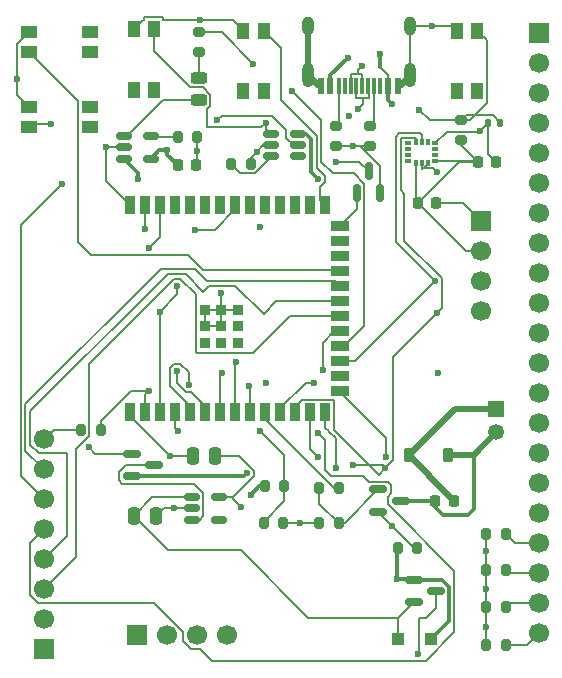
<source format=gbr>
%TF.GenerationSoftware,KiCad,Pcbnew,9.0.1*%
%TF.CreationDate,2025-05-18T16:35:05-05:00*%
%TF.ProjectId,OM-60-Rigid-PCB,4f4d2d36-302d-4526-9967-69642d504342,rev?*%
%TF.SameCoordinates,Original*%
%TF.FileFunction,Copper,L1,Top*%
%TF.FilePolarity,Positive*%
%FSLAX46Y46*%
G04 Gerber Fmt 4.6, Leading zero omitted, Abs format (unit mm)*
G04 Created by KiCad (PCBNEW 9.0.1) date 2025-05-18 16:35:05*
%MOMM*%
%LPD*%
G01*
G04 APERTURE LIST*
G04 Aperture macros list*
%AMRoundRect*
0 Rectangle with rounded corners*
0 $1 Rounding radius*
0 $2 $3 $4 $5 $6 $7 $8 $9 X,Y pos of 4 corners*
0 Add a 4 corners polygon primitive as box body*
4,1,4,$2,$3,$4,$5,$6,$7,$8,$9,$2,$3,0*
0 Add four circle primitives for the rounded corners*
1,1,$1+$1,$2,$3*
1,1,$1+$1,$4,$5*
1,1,$1+$1,$6,$7*
1,1,$1+$1,$8,$9*
0 Add four rect primitives between the rounded corners*
20,1,$1+$1,$2,$3,$4,$5,0*
20,1,$1+$1,$4,$5,$6,$7,0*
20,1,$1+$1,$6,$7,$8,$9,0*
20,1,$1+$1,$8,$9,$2,$3,0*%
G04 Aperture macros list end*
%TA.AperFunction,SMDPad,CuDef*%
%ADD10R,0.600000X0.300000*%
%TD*%
%TA.AperFunction,SMDPad,CuDef*%
%ADD11R,0.300000X0.600000*%
%TD*%
%TA.AperFunction,SMDPad,CuDef*%
%ADD12RoundRect,0.200000X-0.200000X-0.275000X0.200000X-0.275000X0.200000X0.275000X-0.200000X0.275000X0*%
%TD*%
%TA.AperFunction,ComponentPad*%
%ADD13R,1.700000X1.700000*%
%TD*%
%TA.AperFunction,ComponentPad*%
%ADD14C,1.700000*%
%TD*%
%TA.AperFunction,SMDPad,CuDef*%
%ADD15R,1.450000X1.000000*%
%TD*%
%TA.AperFunction,SMDPad,CuDef*%
%ADD16R,1.000000X1.450000*%
%TD*%
%TA.AperFunction,SMDPad,CuDef*%
%ADD17RoundRect,0.150000X-0.512500X-0.150000X0.512500X-0.150000X0.512500X0.150000X-0.512500X0.150000X0*%
%TD*%
%TA.AperFunction,SMDPad,CuDef*%
%ADD18RoundRect,0.200000X0.275000X-0.200000X0.275000X0.200000X-0.275000X0.200000X-0.275000X-0.200000X0*%
%TD*%
%TA.AperFunction,SMDPad,CuDef*%
%ADD19RoundRect,0.200000X-0.275000X0.200000X-0.275000X-0.200000X0.275000X-0.200000X0.275000X0.200000X0*%
%TD*%
%TA.AperFunction,SMDPad,CuDef*%
%ADD20RoundRect,0.150000X0.150000X-0.587500X0.150000X0.587500X-0.150000X0.587500X-0.150000X-0.587500X0*%
%TD*%
%TA.AperFunction,SMDPad,CuDef*%
%ADD21RoundRect,0.150000X-0.587500X-0.150000X0.587500X-0.150000X0.587500X0.150000X-0.587500X0.150000X0*%
%TD*%
%TA.AperFunction,ComponentPad*%
%ADD22R,1.350000X1.350000*%
%TD*%
%TA.AperFunction,ComponentPad*%
%ADD23C,1.350000*%
%TD*%
%TA.AperFunction,SMDPad,CuDef*%
%ADD24R,0.600000X1.450000*%
%TD*%
%TA.AperFunction,SMDPad,CuDef*%
%ADD25R,0.300000X1.450000*%
%TD*%
%TA.AperFunction,HeatsinkPad*%
%ADD26O,1.000000X2.100000*%
%TD*%
%TA.AperFunction,HeatsinkPad*%
%ADD27O,1.000000X1.600000*%
%TD*%
%TA.AperFunction,SMDPad,CuDef*%
%ADD28RoundRect,0.225000X-0.225000X-0.375000X0.225000X-0.375000X0.225000X0.375000X-0.225000X0.375000X0*%
%TD*%
%TA.AperFunction,SMDPad,CuDef*%
%ADD29RoundRect,0.243750X0.456250X-0.243750X0.456250X0.243750X-0.456250X0.243750X-0.456250X-0.243750X0*%
%TD*%
%TA.AperFunction,SMDPad,CuDef*%
%ADD30RoundRect,0.250000X-0.300000X-0.300000X0.300000X-0.300000X0.300000X0.300000X-0.300000X0.300000X0*%
%TD*%
%TA.AperFunction,SMDPad,CuDef*%
%ADD31RoundRect,0.225000X-0.225000X-0.250000X0.225000X-0.250000X0.225000X0.250000X-0.225000X0.250000X0*%
%TD*%
%TA.AperFunction,SMDPad,CuDef*%
%ADD32RoundRect,0.225000X0.225000X0.250000X-0.225000X0.250000X-0.225000X-0.250000X0.225000X-0.250000X0*%
%TD*%
%TA.AperFunction,SMDPad,CuDef*%
%ADD33RoundRect,0.250000X0.250000X0.475000X-0.250000X0.475000X-0.250000X-0.475000X0.250000X-0.475000X0*%
%TD*%
%TA.AperFunction,SMDPad,CuDef*%
%ADD34RoundRect,0.250000X-0.250000X-0.475000X0.250000X-0.475000X0.250000X0.475000X-0.250000X0.475000X0*%
%TD*%
%TA.AperFunction,SMDPad,CuDef*%
%ADD35RoundRect,0.140000X-0.140000X-0.170000X0.140000X-0.170000X0.140000X0.170000X-0.140000X0.170000X0*%
%TD*%
%TA.AperFunction,SMDPad,CuDef*%
%ADD36R,0.812800X1.498600*%
%TD*%
%TA.AperFunction,SMDPad,CuDef*%
%ADD37R,1.498600X0.812800*%
%TD*%
%TA.AperFunction,SMDPad,CuDef*%
%ADD38R,0.889000X0.889000*%
%TD*%
%TA.AperFunction,ViaPad*%
%ADD39C,0.600000*%
%TD*%
%TA.AperFunction,Conductor*%
%ADD40C,0.200000*%
%TD*%
%TA.AperFunction,Conductor*%
%ADD41C,0.500000*%
%TD*%
%TA.AperFunction,Conductor*%
%ADD42C,0.300000*%
%TD*%
%TA.AperFunction,Conductor*%
%ADD43C,0.350000*%
%TD*%
G04 APERTURE END LIST*
D10*
%TO.P,IC1,1,SDO/AD0*%
%TO.N,unconnected-(IC1-SDO{slash}AD0-Pad1)*%
X147150000Y-71150000D03*
%TO.P,IC1,2,RESV1*%
%TO.N,unconnected-(IC1-RESV1-Pad2)*%
X147150000Y-71650000D03*
%TO.P,IC1,3,RESV2*%
%TO.N,unconnected-(IC1-RESV2-Pad3)*%
X147150000Y-72150000D03*
%TO.P,IC1,4,INT1/INT*%
%TO.N,unconnected-(IC1-INT1{slash}INT-Pad4)*%
X147150000Y-72650000D03*
D11*
%TO.P,IC1,5,VDDIO*%
%TO.N,+3V3*%
X147800000Y-72800000D03*
%TO.P,IC1,6,GND*%
%TO.N,GND*%
X148300000Y-72800000D03*
%TO.P,IC1,7,RESV_3*%
X148800000Y-72800000D03*
D10*
%TO.P,IC1,8,VDD*%
%TO.N,+3V3*%
X149450000Y-72650000D03*
%TO.P,IC1,9,INT2/FSYNC/CLKIN*%
%TO.N,unconnected-(IC1-INT2{slash}FSYNC{slash}CLKIN-Pad9)*%
X149450000Y-72150000D03*
%TO.P,IC1,10,RESV_4*%
%TO.N,unconnected-(IC1-RESV_4-Pad10)*%
X149450000Y-71650000D03*
%TO.P,IC1,11,RESV_5*%
%TO.N,GND*%
X149450000Y-71150000D03*
D11*
%TO.P,IC1,12,AP_CS*%
%TO.N,unconnected-(IC1-AP_CS-Pad12)*%
X148800000Y-71000000D03*
%TO.P,IC1,13,SCL/SCLK*%
%TO.N,SCL*%
X148300000Y-71000000D03*
%TO.P,IC1,14,SDA/SDIO/ASDI*%
%TO.N,SDA*%
X147800000Y-71000000D03*
%TD*%
D12*
%TO.P,R16,1*%
%TO.N,Net-(J1-Pin_8)*%
X119450000Y-95400000D03*
%TO.P,R16,2*%
%TO.N,+3V3*%
X121100000Y-95400000D03*
%TD*%
D13*
%TO.P,J1,1,Pin_1*%
%TO.N,GND*%
X116300000Y-114000000D03*
D14*
%TO.P,J1,2,Pin_2*%
%TO.N,+3V3*%
X116300000Y-111460000D03*
%TO.P,J1,3,Pin_3*%
%TO.N,SPI_SCK*%
X116300000Y-108920000D03*
%TO.P,J1,4,Pin_4*%
%TO.N,SPI_MOSI*%
X116300000Y-106380000D03*
%TO.P,J1,5,Pin_5*%
%TO.N,SPI_MISO*%
X116300000Y-103840000D03*
%TO.P,J1,6,Pin_6*%
%TO.N,GP33*%
X116300000Y-101300000D03*
%TO.P,J1,7,Pin_7*%
%TO.N,CS*%
X116300000Y-98760000D03*
%TO.P,J1,8,Pin_8*%
%TO.N,Net-(J1-Pin_8)*%
X116300000Y-96220000D03*
%TD*%
D15*
%TO.P,SELECT1,1,1*%
%TO.N,SELECT*%
X115050000Y-69800000D03*
%TO.P,SELECT1,2,2*%
%TO.N,GND*%
X115050000Y-68100000D03*
%TO.P,SELECT1,3*%
%TO.N,N/C*%
X120200000Y-69800000D03*
%TO.P,SELECT1,4*%
X120200000Y-68100000D03*
%TD*%
D16*
%TO.P,SW_RST1,1,1*%
%TO.N,GND*%
X133200000Y-61600000D03*
%TO.P,SW_RST1,2,2*%
%TO.N,100*%
X134900000Y-61600000D03*
%TO.P,SW_RST1,3*%
%TO.N,N/C*%
X133200000Y-66750000D03*
%TO.P,SW_RST1,4*%
X134900000Y-66750000D03*
%TD*%
%TO.P,SW_PWR1,1,1*%
%TO.N,GND*%
X123900000Y-61500000D03*
%TO.P,SW_PWR1,2,2*%
%TO.N,Net-(MAX1-In)*%
X125600000Y-61500000D03*
%TO.P,SW_PWR1,3*%
%TO.N,N/C*%
X123900000Y-66650000D03*
%TO.P,SW_PWR1,4*%
X125600000Y-66650000D03*
%TD*%
D15*
%TO.P,MENU1,1,1*%
%TO.N,MENU*%
X115050000Y-63400000D03*
%TO.P,MENU1,2,2*%
%TO.N,GND*%
X115050000Y-61700000D03*
%TO.P,MENU1,3*%
%TO.N,N/C*%
X120200000Y-63400000D03*
%TO.P,MENU1,4*%
X120200000Y-61700000D03*
%TD*%
D16*
%TO.P,BOOT1,1,1*%
%TO.N,GND*%
X151300000Y-61600000D03*
%TO.P,BOOT1,2,2*%
%TO.N,EN*%
X153000000Y-61600000D03*
%TO.P,BOOT1,3*%
%TO.N,N/C*%
X151300000Y-66750000D03*
%TO.P,BOOT1,4*%
X153000000Y-66750000D03*
%TD*%
D17*
%TO.P,U4,1,~{CHRG}*%
%TO.N,Net-(D2-K)*%
X123100000Y-70550000D03*
%TO.P,U4,2,GND*%
%TO.N,GND*%
X123100000Y-71500000D03*
%TO.P,U4,3,BAT*%
%TO.N,VBAT*%
X123100000Y-72450000D03*
%TO.P,U4,4,V_{CC}*%
%TO.N,VBUS*%
X125375000Y-72450000D03*
%TO.P,U4,5,PROG*%
%TO.N,Net-(U4-PROG)*%
X125375000Y-70550000D03*
%TD*%
%TO.P,U3,1,IN*%
%TO.N,VIN*%
X128825000Y-101100000D03*
%TO.P,U3,2,GND*%
%TO.N,GND*%
X128825000Y-102050000D03*
%TO.P,U3,3,EN*%
%TO.N,Net-(U3-EN)*%
X128825000Y-103000000D03*
%TO.P,U3,4,NC*%
%TO.N,unconnected-(U3-NC-Pad4)*%
X131100000Y-103000000D03*
%TO.P,U3,5,OUT*%
%TO.N,+3V3*%
X131100000Y-101100000D03*
%TD*%
D12*
%TO.P,R15,1*%
%TO.N,GND*%
X153750000Y-113600000D03*
%TO.P,R15,2*%
%TO.N,ROW_3*%
X155400000Y-113600000D03*
%TD*%
%TO.P,R14,1*%
%TO.N,GND*%
X153750000Y-110400000D03*
%TO.P,R14,2*%
%TO.N,ROW_2*%
X155400000Y-110400000D03*
%TD*%
%TO.P,R13,1*%
%TO.N,GND*%
X153750000Y-107300000D03*
%TO.P,R13,2*%
%TO.N,ROW_1*%
X155400000Y-107300000D03*
%TD*%
%TO.P,R12,1*%
%TO.N,GND*%
X153750000Y-104200000D03*
%TO.P,R12,2*%
%TO.N,ROW_0*%
X155400000Y-104200000D03*
%TD*%
%TO.P,R11,1*%
%TO.N,GND*%
X139600000Y-103300000D03*
%TO.P,R11,2*%
%TO.N,Net-(Q1-G)*%
X141250000Y-103300000D03*
%TD*%
%TO.P,R10,1*%
%TO.N,Net-(Q1-G)*%
X139600000Y-100300000D03*
%TO.P,R10,2*%
%TO.N,MOT_SIG*%
X141250000Y-100300000D03*
%TD*%
%TO.P,R9,1*%
%TO.N,VBUS*%
X146250000Y-105400000D03*
%TO.P,R9,2*%
%TO.N,GND*%
X147900000Y-105400000D03*
%TD*%
%TO.P,R8,1*%
%TO.N,ADC_BAT*%
X134900000Y-103300000D03*
%TO.P,R8,2*%
%TO.N,GND*%
X136550000Y-103300000D03*
%TD*%
%TO.P,R7,1*%
%TO.N,VBAT*%
X135000000Y-100200000D03*
%TO.P,R7,2*%
%TO.N,ADC_BAT*%
X136650000Y-100200000D03*
%TD*%
D18*
%TO.P,R6,1*%
%TO.N,+3V3*%
X151600000Y-70850000D03*
%TO.P,R6,2*%
%TO.N,EN*%
X151600000Y-69200000D03*
%TD*%
D19*
%TO.P,R5,1*%
%TO.N,VBUS*%
X129400000Y-61750000D03*
%TO.P,R5,2*%
%TO.N,Net-(D2-A)*%
X129400000Y-63400000D03*
%TD*%
D12*
%TO.P,R4,1*%
%TO.N,Net-(U4-PROG)*%
X127650000Y-70600000D03*
%TO.P,R4,2*%
%TO.N,GND*%
X129300000Y-70600000D03*
%TD*%
%TO.P,R3,1*%
%TO.N,Net-(MAX1-CLEAR)*%
X132150000Y-72860000D03*
%TO.P,R3,2*%
%TO.N,GND*%
X133800000Y-72860000D03*
%TD*%
D19*
%TO.P,R2,1*%
%TO.N,Net-(J4-CC1)*%
X143900000Y-69700000D03*
%TO.P,R2,2*%
%TO.N,GND*%
X143900000Y-71350000D03*
%TD*%
%TO.P,R1,1*%
%TO.N,Net-(J4-CC2)*%
X141000000Y-69700000D03*
%TO.P,R1,2*%
%TO.N,GND*%
X141000000Y-71350000D03*
%TD*%
D20*
%TO.P,Q3,1,G*%
%TO.N,PWR_OFF*%
X142850000Y-75375000D03*
%TO.P,Q3,2,S*%
%TO.N,GND*%
X144750000Y-75375000D03*
%TO.P,Q3,3,D*%
%TO.N,Net-(MAX1-In)*%
X143800000Y-73500000D03*
%TD*%
D21*
%TO.P,Q2,1,G*%
%TO.N,VBUS*%
X147600000Y-108100000D03*
%TO.P,Q2,2,S*%
%TO.N,VIN*%
X147600000Y-110000000D03*
%TO.P,Q2,3,D*%
%TO.N,VBAT*%
X149475000Y-109050000D03*
%TD*%
%TO.P,Q1,1,G*%
%TO.N,Net-(Q1-G)*%
X144625000Y-100450000D03*
%TO.P,Q1,2,S*%
%TO.N,GND*%
X144625000Y-102350000D03*
%TO.P,Q1,3,D*%
%TO.N,MotorGND*%
X146500000Y-101400000D03*
%TD*%
D17*
%TO.P,MAX1,1,In*%
%TO.N,Net-(MAX1-In)*%
X135525000Y-70350000D03*
%TO.P,MAX1,2,GND*%
%TO.N,GND*%
X135525000Y-71300000D03*
%TO.P,MAX1,3,CLEAR*%
%TO.N,Net-(MAX1-CLEAR)*%
X135525000Y-72250000D03*
%TO.P,MAX1,4,OU*%
%TO.N,unconnected-(MAX1-OU-Pad4)*%
X137800000Y-72250000D03*
%TO.P,MAX1,5,OUT*%
%TO.N,LDO_EN*%
X137800000Y-71300000D03*
%TO.P,MAX1,6,Vcc*%
%TO.N,VBAT*%
X137800000Y-70350000D03*
%TD*%
D13*
%TO.P,GYRO1,1,Pin_1*%
%TO.N,+3V3*%
X124180000Y-112800000D03*
D14*
%TO.P,GYRO1,2,Pin_2*%
%TO.N,GND*%
X126720000Y-112800000D03*
%TO.P,GYRO1,3,Pin_3*%
%TO.N,SCL*%
X129260000Y-112800000D03*
%TO.P,GYRO1,4,Pin_4*%
%TO.N,SDA*%
X131800000Y-112800000D03*
%TD*%
D22*
%TO.P,J5,1,Pin_1*%
%TO.N,Batt+*%
X154600000Y-93600000D03*
D23*
%TO.P,J5,2,Pin_2*%
%TO.N,MotorGND*%
X154600000Y-95600000D03*
%TD*%
D24*
%TO.P,J4,A1,GND*%
%TO.N,GND*%
X146270000Y-66295000D03*
%TO.P,J4,A4,VBUS*%
%TO.N,VBUS*%
X145470000Y-66295000D03*
D25*
%TO.P,J4,A5,CC1*%
%TO.N,Net-(J4-CC1)*%
X144270000Y-66295000D03*
%TO.P,J4,A6,D+*%
%TO.N,D+*%
X143270000Y-66295000D03*
%TO.P,J4,A7,D-*%
%TO.N,D-*%
X142770000Y-66295000D03*
%TO.P,J4,A8,SBU1*%
%TO.N,unconnected-(J4-SBU1-PadA8)*%
X141770000Y-66295000D03*
D24*
%TO.P,J4,A9,VBUS*%
%TO.N,VBUS*%
X140570000Y-66295000D03*
%TO.P,J4,A12,GND*%
%TO.N,GND*%
X139770000Y-66295000D03*
%TO.P,J4,B1,GND*%
X139770000Y-66295000D03*
%TO.P,J4,B4,VBUS*%
%TO.N,VBUS*%
X140570000Y-66295000D03*
D25*
%TO.P,J4,B5,CC2*%
%TO.N,Net-(J4-CC2)*%
X141270000Y-66295000D03*
%TO.P,J4,B6,D+*%
%TO.N,D+*%
X142270000Y-66295000D03*
%TO.P,J4,B7,D-*%
%TO.N,D-*%
X143770000Y-66295000D03*
%TO.P,J4,B8,SBU2*%
%TO.N,unconnected-(J4-SBU2-PadB8)*%
X144770000Y-66295000D03*
D24*
%TO.P,J4,B9,VBUS*%
%TO.N,VBUS*%
X145470000Y-66295000D03*
%TO.P,J4,B12,GND*%
%TO.N,GND*%
X146270000Y-66295000D03*
D26*
%TO.P,J4,S1,SHIELD*%
X147340000Y-65380000D03*
D27*
X147340000Y-61200000D03*
D26*
X138700000Y-65380000D03*
D27*
X138700000Y-61200000D03*
%TD*%
D13*
%TO.P,J3,1,Pin_1*%
%TO.N,GND*%
X158200000Y-61840000D03*
D14*
%TO.P,J3,2,Pin_2*%
%TO.N,+3V3*%
X158200000Y-64380000D03*
%TO.P,J3,3,Pin_3*%
%TO.N,COL_0*%
X158200000Y-66920000D03*
%TO.P,J3,4,Pin_4*%
%TO.N,COL_1*%
X158200000Y-69460000D03*
%TO.P,J3,5,Pin_5*%
%TO.N,COL_2*%
X158200000Y-72000000D03*
%TO.P,J3,6,Pin_6*%
%TO.N,COL_3*%
X158200000Y-74540000D03*
%TO.P,J3,7,Pin_7*%
%TO.N,COL_4*%
X158200000Y-77080000D03*
%TO.P,J3,8,Pin_8*%
%TO.N,COL_5*%
X158200000Y-79620000D03*
%TO.P,J3,9,Pin_9*%
%TO.N,COL_6*%
X158200000Y-82160000D03*
%TO.P,J3,10,Pin_10*%
%TO.N,COL_7*%
X158200000Y-84700000D03*
%TO.P,J3,11,Pin_11*%
%TO.N,COL_8*%
X158200000Y-87240000D03*
%TO.P,J3,12,Pin_12*%
%TO.N,COL_9*%
X158200000Y-89780000D03*
%TO.P,J3,13,Pin_13*%
%TO.N,COL_10*%
X158200000Y-92320000D03*
%TO.P,J3,14,Pin_14*%
%TO.N,COL_11*%
X158200000Y-94860000D03*
%TO.P,J3,15,Pin_15*%
%TO.N,COL_12*%
X158200000Y-97400000D03*
%TO.P,J3,16,Pin_16*%
%TO.N,COL_13*%
X158200000Y-99940000D03*
%TO.P,J3,17,Pin_17*%
%TO.N,COL_14*%
X158200000Y-102480000D03*
%TO.P,J3,18,Pin_18*%
%TO.N,ROW_0*%
X158200000Y-105020000D03*
%TO.P,J3,19,Pin_19*%
%TO.N,ROW_1*%
X158200000Y-107560000D03*
%TO.P,J3,20,Pin_20*%
%TO.N,ROW_2*%
X158200000Y-110100000D03*
%TO.P,J3,21,Pin_21*%
%TO.N,ROW_3*%
X158200000Y-112640000D03*
%TD*%
D13*
%TO.P,SCRN1,1,Pin_1*%
%TO.N,GND*%
X153300000Y-77760000D03*
D14*
%TO.P,SCRN1,2,Pin_2*%
%TO.N,+3V3*%
X153300000Y-80300000D03*
%TO.P,SCRN1,3,Pin_3*%
%TO.N,SCL*%
X153300000Y-82840000D03*
%TO.P,SCRN1,4,Pin_4*%
%TO.N,SDA*%
X153300000Y-85380000D03*
%TD*%
D28*
%TO.P,D4,1,K*%
%TO.N,Batt+*%
X147200000Y-97500000D03*
%TO.P,D4,2,A*%
%TO.N,MotorGND*%
X150500000Y-97500000D03*
%TD*%
D21*
%TO.P,D3,1*%
%TO.N,LDO_EN*%
X123725000Y-97450000D03*
%TO.P,D3,2*%
%TO.N,VBUS*%
X123725000Y-99350000D03*
%TO.P,D3,3*%
%TO.N,Net-(U3-EN)*%
X125600000Y-98400000D03*
%TD*%
D29*
%TO.P,D2,1,K*%
%TO.N,Net-(D2-K)*%
X129400000Y-67500000D03*
%TO.P,D2,2,A*%
%TO.N,Net-(D2-A)*%
X129400000Y-65625000D03*
%TD*%
D30*
%TO.P,D1,1,K*%
%TO.N,VIN*%
X146300000Y-113100000D03*
%TO.P,D1,2,A*%
%TO.N,VBUS*%
X149100000Y-113100000D03*
%TD*%
D31*
%TO.P,C11,1*%
%TO.N,+3V3*%
X147950000Y-76230000D03*
%TO.P,C11,2*%
%TO.N,GND*%
X149500000Y-76230000D03*
%TD*%
%TO.P,C10,1*%
%TO.N,+3V3*%
X153050000Y-72700000D03*
%TO.P,C10,2*%
%TO.N,GND*%
X154600000Y-72700000D03*
%TD*%
%TO.P,C9,1*%
%TO.N,MotorGND*%
X149450000Y-101400000D03*
%TO.P,C9,2*%
%TO.N,Batt+*%
X151000000Y-101400000D03*
%TD*%
D32*
%TO.P,C8,1*%
%TO.N,GND*%
X129200000Y-73000000D03*
%TO.P,C8,2*%
%TO.N,VBUS*%
X127650000Y-73000000D03*
%TD*%
D33*
%TO.P,C7,1*%
%TO.N,+3V3*%
X130800000Y-97600000D03*
%TO.P,C7,2*%
%TO.N,GND*%
X128900000Y-97600000D03*
%TD*%
D34*
%TO.P,C6,1*%
%TO.N,VIN*%
X123900000Y-102700000D03*
%TO.P,C6,2*%
%TO.N,GND*%
X125800000Y-102700000D03*
%TD*%
D35*
%TO.P,C5,1*%
%TO.N,GND*%
X153940000Y-69400000D03*
%TO.P,C5,2*%
%TO.N,EN*%
X154900000Y-69400000D03*
%TD*%
D36*
%TO.P,U2,1,GND*%
%TO.N,GND*%
X123620000Y-93900000D03*
%TO.P,U2,2,3V3*%
%TO.N,+3V3*%
X124890000Y-93900000D03*
%TO.P,U2,3,EN*%
%TO.N,EN*%
X126160000Y-93900000D03*
%TO.P,U2,4,IO4*%
%TO.N,ROW_3*%
X127430000Y-93900000D03*
%TO.P,U2,5,IO5*%
%TO.N,S0*%
X128700000Y-93900000D03*
%TO.P,U2,6,IO6*%
%TO.N,S1*%
X129970000Y-93900000D03*
%TO.P,U2,7,IO7*%
%TO.N,S2*%
X131240000Y-93900000D03*
%TO.P,U2,8,IO15*%
%TO.N,S3*%
X132510000Y-93900000D03*
%TO.P,U2,9,IO16*%
%TO.N,GP16_E*%
X133780000Y-93900000D03*
%TO.P,U2,10,IO17*%
%TO.N,MOT_SIG*%
X135050000Y-93900000D03*
%TO.P,U2,11,IO18*%
%TO.N,ADC_BAT*%
X136320000Y-93900000D03*
%TO.P,U2,12,IO8*%
%TO.N,SDA*%
X137590000Y-93900000D03*
%TO.P,U2,13,IO19*%
%TO.N,D-*%
X138860000Y-93900000D03*
%TO.P,U2,14,IO20*%
%TO.N,D+*%
X140130000Y-93900000D03*
D37*
%TO.P,U2,15,IO3*%
%TO.N,ROW_2*%
X141380000Y-92135000D03*
%TO.P,U2,16,IO46*%
%TO.N,unconnected-(U2-IO46-Pad16)*%
X141380000Y-90865000D03*
%TO.P,U2,17,IO9*%
%TO.N,SCL*%
X141380000Y-89595000D03*
%TO.P,U2,18,IO10*%
%TO.N,SELECT*%
X141380000Y-88325000D03*
%TO.P,U2,19,IO11*%
%TO.N,SPI_MISO*%
X141380000Y-87055000D03*
%TO.P,U2,20,IO12*%
%TO.N,SPI_SCK*%
X141380000Y-85785000D03*
%TO.P,U2,21,IO13*%
%TO.N,SPI_MOSI*%
X141380000Y-84515000D03*
%TO.P,U2,22,IO14*%
%TO.N,CS*%
X141380000Y-83245000D03*
%TO.P,U2,23,IO21*%
%TO.N,MENU*%
X141380000Y-81975000D03*
%TO.P,U2,24,IO47*%
%TO.N,unconnected-(U2-IO47-Pad24)*%
X141380000Y-80705000D03*
%TO.P,U2,25,IO48*%
%TO.N,unconnected-(U2-IO48-Pad25)*%
X141380000Y-79435000D03*
%TO.P,U2,26,IO45*%
%TO.N,PWR_OFF*%
X141380000Y-78165000D03*
D36*
%TO.P,U2,27,IO0*%
%TO.N,100*%
X140130000Y-76400000D03*
%TO.P,U2,28,IO35*%
%TO.N,unconnected-(U2-IO35-Pad28)*%
X138860000Y-76400000D03*
%TO.P,U2,29,IO36*%
%TO.N,unconnected-(U2-IO36-Pad29)*%
X137590000Y-76400000D03*
%TO.P,U2,30,IO37*%
%TO.N,unconnected-(U2-IO37-Pad30)*%
X136320000Y-76400000D03*
%TO.P,U2,31,IO38*%
%TO.N,unconnected-(U2-IO38-Pad31)*%
X135050000Y-76400000D03*
%TO.P,U2,32,IO39*%
%TO.N,unconnected-(U2-IO39-Pad32)*%
X133780000Y-76400000D03*
%TO.P,U2,33,IO40*%
%TO.N,GP33*%
X132510000Y-76400000D03*
%TO.P,U2,34,IO41*%
%TO.N,GP34*%
X131240000Y-76400000D03*
%TO.P,U2,35,IO42*%
%TO.N,unconnected-(U2-IO42-Pad35)*%
X129970000Y-76400000D03*
%TO.P,U2,36,RXD0*%
%TO.N,RX*%
X128700000Y-76400000D03*
%TO.P,U2,37,TXD0*%
%TO.N,TX*%
X127430000Y-76400000D03*
%TO.P,U2,38,IO2*%
%TO.N,ROW_1*%
X126160000Y-76400000D03*
%TO.P,U2,39,IO1*%
%TO.N,ROW_0*%
X124890000Y-76400000D03*
%TO.P,U2,40,GND*%
%TO.N,GND*%
X123620000Y-76400000D03*
D38*
%TO.P,U2,45*%
%TO.N,N/C*%
X132740000Y-86650000D03*
%TO.P,U2,41,GND*%
%TO.N,GND*%
X131340000Y-86650000D03*
%TO.P,U2,42*%
%TO.N,N/C*%
X129940000Y-88050000D03*
%TO.P,U2,43*%
X131340000Y-88050000D03*
%TO.P,U2,44*%
X132740000Y-88050000D03*
%TO.P,U2,46,GND*%
%TO.N,GND*%
X132740000Y-85250000D03*
%TO.P,U2,47,GND*%
X131340000Y-85250000D03*
%TO.P,U2,48,GND*%
X129940000Y-85250000D03*
%TO.P,U2,49,GND*%
X129940000Y-86650000D03*
%TD*%
D39*
%TO.N,+3V3*%
X135100000Y-91400000D03*
%TO.N,GND*%
X149200000Y-61200000D03*
X153270000Y-70070000D03*
%TO.N,GP33*%
X142100000Y-68800000D03*
%TO.N,GND*%
X149600000Y-73600000D03*
%TO.N,SDA*%
X142500000Y-98400000D03*
X145224971Y-98624971D03*
%TO.N,SPI_MISO*%
X139500000Y-95700000D03*
X139900000Y-90300000D03*
%TO.N,GP33*%
X129100000Y-78500000D03*
X117850000Y-74550000D03*
%TO.N,SELECT*%
X116900000Y-69500000D03*
X137300000Y-66700000D03*
%TO.N,GND*%
X114024000Y-65700000D03*
%TO.N,SCL*%
X149400000Y-82840000D03*
%TO.N,SDA*%
X149600000Y-85500000D03*
%TO.N,GND*%
X134600000Y-78200000D03*
%TO.N,EN*%
X127600000Y-83200000D03*
X148100000Y-68300000D03*
%TO.N,GND*%
X129500000Y-60700000D03*
%TO.N,LDO_EN*%
X131000000Y-69200000D03*
X120100000Y-96900000D03*
%TO.N,GND*%
X127300000Y-102050000D03*
%TO.N,ADC_BAT*%
X139200000Y-91400000D03*
X134600000Y-95500000D03*
%TO.N,EN*%
X126100000Y-85400000D03*
%TO.N,+3V3*%
X125200000Y-92100000D03*
%TO.N,GND*%
X126977100Y-97600000D03*
%TO.N,+3V3*%
X133000000Y-101900000D03*
%TO.N,D+*%
X141000000Y-98600000D03*
%TO.N,D-*%
X139500000Y-97702000D03*
%TO.N,D+*%
X143200000Y-64600000D03*
%TO.N,D-*%
X142900000Y-68200000D03*
%TO.N,GND*%
X121600000Y-71500000D03*
X129300000Y-71800000D03*
X134342500Y-71842500D03*
%TO.N,Net-(MAX1-In)*%
X135100000Y-69400000D03*
X141000000Y-72700000D03*
%TO.N,VBAT*%
X124300000Y-74200000D03*
X139500000Y-74200000D03*
X148000000Y-114349000D03*
X133800000Y-100900000D03*
%TO.N,GND*%
X138000000Y-103300000D03*
X145787500Y-103512500D03*
%TO.N,VBUS*%
X133500000Y-99100000D03*
X146200000Y-108000000D03*
X126750000Y-71750000D03*
X134050000Y-64450000D03*
X145800000Y-67800000D03*
X142020000Y-63920000D03*
X144750000Y-63550000D03*
%TO.N,Batt+*%
X148950000Y-99250000D03*
%TO.N,GND*%
X131340000Y-83800000D03*
%TO.N,ROW_1*%
X125200000Y-80000000D03*
%TO.N,ROW_0*%
X124890000Y-78390000D03*
%TO.N,ROW_2*%
X145300000Y-97700000D03*
%TO.N,ROW_3*%
X127700000Y-95500000D03*
%TO.N,+3V3*%
X149700000Y-90600000D03*
%TO.N,GP16_E*%
X133700000Y-91700000D03*
%TO.N,S2*%
X131400000Y-90600000D03*
%TO.N,S3*%
X132600000Y-89700000D03*
%TO.N,S1*%
X127600000Y-90400000D03*
%TO.N,S0*%
X128600000Y-91600000D03*
%TO.N,GND*%
X142500000Y-71350000D03*
X153750000Y-112100000D03*
X153750000Y-108900000D03*
X153750000Y-105700000D03*
%TD*%
D40*
%TO.N,Net-(D2-A)*%
X129400000Y-63400000D02*
X129400000Y-65625000D01*
%TO.N,GND*%
X149200000Y-61200000D02*
X150900000Y-61200000D01*
X150900000Y-61200000D02*
X151300000Y-61600000D01*
X147340000Y-61200000D02*
X149200000Y-61200000D01*
D41*
X138700000Y-65380000D02*
X138700000Y-61200000D01*
D40*
X153270000Y-70070000D02*
X153940000Y-69400000D01*
%TO.N,+3V3*%
X152020000Y-80300000D02*
X147950000Y-76230000D01*
X153300000Y-80300000D02*
X152020000Y-80300000D01*
X147800000Y-76080000D02*
X147950000Y-76230000D01*
X147800000Y-72800000D02*
X147800000Y-76080000D01*
%TO.N,SCL*%
X148300000Y-70448000D02*
X148300000Y-71000000D01*
X148150000Y-70298000D02*
X148300000Y-70448000D01*
X146382900Y-70298000D02*
X148150000Y-70298000D01*
X146099000Y-70581900D02*
X146382900Y-70298000D01*
X146099000Y-79539000D02*
X146099000Y-70581900D01*
X149400000Y-82840000D02*
X146099000Y-79539000D01*
%TO.N,SDA*%
X150001000Y-85099000D02*
X149600000Y-85500000D01*
X146800000Y-79390057D02*
X150001000Y-82591057D01*
X146800000Y-75400000D02*
X146800000Y-79390057D01*
X147751000Y-70699000D02*
X146549000Y-70699000D01*
X146549000Y-70699000D02*
X146500000Y-70748000D01*
X147800000Y-70748000D02*
X147751000Y-70699000D01*
X146500000Y-70748000D02*
X146500000Y-75100000D01*
X146500000Y-75100000D02*
X146800000Y-75400000D01*
X147800000Y-71000000D02*
X147800000Y-70748000D01*
X150001000Y-82591057D02*
X150001000Y-85099000D01*
%TO.N,GND*%
X149250000Y-73250000D02*
X149600000Y-73600000D01*
X148450000Y-73250000D02*
X149250000Y-73250000D01*
X148450000Y-73250000D02*
X148350000Y-73350000D01*
X151770000Y-76230000D02*
X153300000Y-77760000D01*
X149500000Y-76230000D02*
X151770000Y-76230000D01*
%TO.N,SDA*%
X145000000Y-98400000D02*
X142500000Y-98400000D01*
X145224971Y-98624971D02*
X145000000Y-98400000D01*
X145224971Y-98624971D02*
X144648943Y-99201000D01*
%TO.N,SPI_MISO*%
X125671000Y-110071000D02*
X116776760Y-110071000D01*
X128109000Y-112509000D02*
X125671000Y-110071000D01*
X128109000Y-113276760D02*
X128109000Y-112509000D01*
X128783240Y-113951000D02*
X128109000Y-113276760D01*
X129551000Y-113951000D02*
X128783240Y-113951000D01*
X130550000Y-114950000D02*
X129551000Y-113951000D01*
X148636160Y-114950000D02*
X130550000Y-114950000D01*
X151064500Y-112521660D02*
X148636160Y-114950000D01*
X151064500Y-107375436D02*
X151064500Y-112521660D01*
X145403468Y-101714404D02*
X151064500Y-107375436D01*
X145403468Y-101051000D02*
X145403468Y-101714404D01*
X145663500Y-100790968D02*
X145403468Y-101051000D01*
X145403468Y-99849000D02*
X145663500Y-100109032D01*
X145663500Y-100109032D02*
X145663500Y-100790968D01*
X143291064Y-99293532D02*
X143846532Y-99849000D01*
X140606468Y-99293532D02*
X143291064Y-99293532D01*
X140101000Y-98788064D02*
X140606468Y-99293532D01*
X143846532Y-99849000D02*
X145403468Y-99849000D01*
X140101000Y-96301000D02*
X140101000Y-98788064D01*
X139500000Y-95700000D02*
X140101000Y-96301000D01*
X115149000Y-104991000D02*
X116300000Y-103840000D01*
X115149000Y-109396760D02*
X115149000Y-104991000D01*
X116776760Y-110071000D02*
X115823240Y-110071000D01*
X115823240Y-110071000D02*
X115149000Y-109396760D01*
%TO.N,D+*%
X140436400Y-95555557D02*
X141000000Y-96119157D01*
X141000000Y-96119157D02*
X141000000Y-98600000D01*
X140130000Y-95230000D02*
X140436400Y-95536400D01*
X140130000Y-93900000D02*
X140130000Y-95230000D01*
X140436400Y-95536400D02*
X140436400Y-95555557D01*
%TO.N,SPI_MISO*%
X139900000Y-90300000D02*
X139900000Y-90500000D01*
X139900000Y-88047300D02*
X139900000Y-90300000D01*
X140892300Y-87055000D02*
X139900000Y-88047300D01*
X141380000Y-87055000D02*
X140892300Y-87055000D01*
%TO.N,GP33*%
X132510000Y-76742900D02*
X132510000Y-76400000D01*
X130752900Y-78500000D02*
X132510000Y-76742900D01*
X129100000Y-78500000D02*
X130752900Y-78500000D01*
X117850000Y-74550000D02*
X117900000Y-74500000D01*
X114347000Y-78053000D02*
X117850000Y-74550000D01*
X114347000Y-99347000D02*
X114347000Y-78053000D01*
X116300000Y-101300000D02*
X114347000Y-99347000D01*
%TO.N,CS*%
X140933000Y-82798000D02*
X141380000Y-83245000D01*
X130128900Y-82798000D02*
X140933000Y-82798000D01*
X126203000Y-81797000D02*
X129127900Y-81797000D01*
X114748000Y-97208000D02*
X114748000Y-93252000D01*
X114748000Y-93252000D02*
X126203000Y-81797000D01*
X129127900Y-81797000D02*
X130128900Y-82798000D01*
X116300000Y-98760000D02*
X114748000Y-97208000D01*
%TO.N,SPI_MOSI*%
X135985000Y-84515000D02*
X141380000Y-84515000D01*
X134900000Y-85600000D02*
X135985000Y-84515000D01*
X132499000Y-83199000D02*
X134900000Y-85600000D01*
X130301000Y-83199000D02*
X132499000Y-83199000D01*
X129800000Y-83700000D02*
X130301000Y-83199000D01*
X128298000Y-82198000D02*
X129800000Y-83700000D01*
X126802000Y-82198000D02*
X128298000Y-82198000D01*
X115149000Y-96696760D02*
X115149000Y-93851000D01*
X115852240Y-97400000D02*
X115149000Y-96696760D01*
X118300000Y-97400000D02*
X115852240Y-97400000D01*
X115149000Y-93851000D02*
X126802000Y-82198000D01*
X118300000Y-104380000D02*
X118300000Y-97400000D01*
X116300000Y-106380000D02*
X118300000Y-104380000D01*
%TO.N,SPI_SCK*%
X137115000Y-85785000D02*
X141380000Y-85785000D01*
X134000000Y-88900000D02*
X137115000Y-85785000D01*
X129299000Y-88900000D02*
X134000000Y-88900000D01*
X129194500Y-88795500D02*
X129299000Y-88900000D01*
X129194500Y-83944557D02*
X129194500Y-88795500D01*
X127351057Y-82599000D02*
X127848943Y-82599000D01*
X120151000Y-89799057D02*
X127351057Y-82599000D01*
X119036936Y-97002128D02*
X120151000Y-95888064D01*
X127848943Y-82599000D02*
X129194500Y-83944557D01*
X119036936Y-106183064D02*
X119036936Y-97002128D01*
X120151000Y-95888064D02*
X120151000Y-89799057D01*
X116300000Y-108920000D02*
X119036936Y-106183064D01*
%TO.N,+3V3*%
X123662300Y-92100000D02*
X125200000Y-92100000D01*
X121100000Y-94662300D02*
X123662300Y-92100000D01*
X121100000Y-95400000D02*
X121100000Y-94662300D01*
%TO.N,Net-(J1-Pin_8)*%
X119450000Y-95400000D02*
X117120000Y-95400000D01*
X117120000Y-95400000D02*
X116300000Y-96220000D01*
%TO.N,SELECT*%
X115350000Y-69500000D02*
X115050000Y-69800000D01*
X116900000Y-69500000D02*
X115350000Y-69500000D01*
X139801000Y-69201000D02*
X137300000Y-66700000D01*
X139801000Y-72701000D02*
X139801000Y-69201000D01*
X140800000Y-73700000D02*
X139801000Y-72701000D01*
%TO.N,100*%
X136400000Y-63100000D02*
X134900000Y-61600000D01*
X136400000Y-67500000D02*
X136400000Y-63100000D01*
X139400000Y-70500000D02*
X136400000Y-67500000D01*
X140101000Y-73951057D02*
X139400000Y-73250057D01*
X139748943Y-74801000D02*
X140101000Y-74448943D01*
X140101000Y-74448943D02*
X140101000Y-73951057D01*
X139700000Y-74801000D02*
X139748943Y-74801000D01*
X139400000Y-73250057D02*
X139400000Y-70500000D01*
X140130000Y-76400000D02*
X139700000Y-75970000D01*
X139700000Y-75970000D02*
X139700000Y-74801000D01*
D42*
%TO.N,VBAT*%
X138462499Y-70350000D02*
X137800000Y-70350000D01*
X138900000Y-70787501D02*
X138462499Y-70350000D01*
X138900000Y-73600000D02*
X138900000Y-70787501D01*
X139500000Y-74200000D02*
X138900000Y-73600000D01*
D40*
%TO.N,SELECT*%
X142554468Y-73700000D02*
X140800000Y-73700000D01*
X143451000Y-74596532D02*
X142554468Y-73700000D01*
X143451000Y-86596900D02*
X143451000Y-74596532D01*
X141722900Y-88325000D02*
X143451000Y-86596900D01*
X141380000Y-88325000D02*
X141722900Y-88325000D01*
%TO.N,GND*%
X114024000Y-65700000D02*
X114024000Y-62726000D01*
X114024000Y-62726000D02*
X115050000Y-61700000D01*
X114024000Y-67074000D02*
X114024000Y-65700000D01*
X115050000Y-68100000D02*
X114024000Y-67074000D01*
%TO.N,MENU*%
X119174000Y-67524000D02*
X115050000Y-63400000D01*
X119174000Y-79476000D02*
X119174000Y-67524000D01*
X120299000Y-80601000D02*
X119174000Y-79476000D01*
%TO.N,SDA*%
X137590000Y-93412300D02*
X137590000Y-93900000D01*
X138152600Y-92849700D02*
X137590000Y-93412300D01*
X140837400Y-92849700D02*
X138152600Y-92849700D01*
X144648943Y-99201000D02*
X140837400Y-95389457D01*
X145901000Y-89199000D02*
X145901000Y-97948943D01*
X149600000Y-85500000D02*
X145901000Y-89199000D01*
X145901000Y-97948943D02*
X145224971Y-98624971D01*
X140837400Y-95389457D02*
X140837400Y-92849700D01*
%TO.N,SCL*%
X142645000Y-89595000D02*
X141380000Y-89595000D01*
X149400000Y-82840000D02*
X142645000Y-89595000D01*
%TO.N,EN*%
X127600000Y-83900000D02*
X126100000Y-85400000D01*
X127600000Y-83200000D02*
X127600000Y-83900000D01*
X126160000Y-85760000D02*
X126160000Y-93900000D01*
X126100000Y-85700000D02*
X126160000Y-85760000D01*
X126100000Y-85400000D02*
X126100000Y-85700000D01*
X149000000Y-69200000D02*
X148100000Y-68300000D01*
X151600000Y-69200000D02*
X149000000Y-69200000D01*
X153801000Y-62401000D02*
X153000000Y-61600000D01*
X152377000Y-69200000D02*
X153801000Y-67776000D01*
X153801000Y-67776000D02*
X153801000Y-62401000D01*
X151600000Y-69200000D02*
X152377000Y-69200000D01*
X152011000Y-68789000D02*
X151600000Y-69200000D01*
X154289000Y-68789000D02*
X152011000Y-68789000D01*
X154900000Y-69400000D02*
X154289000Y-68789000D01*
%TO.N,GND*%
X153940000Y-72040000D02*
X154600000Y-72700000D01*
X153940000Y-69400000D02*
X153940000Y-72040000D01*
X150451000Y-70149000D02*
X153191000Y-70149000D01*
X149450000Y-71150000D02*
X150451000Y-70149000D01*
X153191000Y-70149000D02*
X153270000Y-70070000D01*
X148300000Y-73300000D02*
X148350000Y-73350000D01*
X148300000Y-72800000D02*
X148300000Y-73300000D01*
X148800000Y-72900000D02*
X148450000Y-73250000D01*
X148800000Y-72800000D02*
X148800000Y-72900000D01*
%TO.N,+3V3*%
X151480000Y-72700000D02*
X147950000Y-76230000D01*
X153050000Y-72700000D02*
X151480000Y-72700000D01*
X151600000Y-71250000D02*
X153050000Y-72700000D01*
X151600000Y-70850000D02*
X151600000Y-71250000D01*
X153000000Y-72650000D02*
X153050000Y-72700000D01*
X149450000Y-72650000D02*
X153000000Y-72650000D01*
%TO.N,GND*%
X121600000Y-74380000D02*
X121600000Y-71500000D01*
X123620000Y-76400000D02*
X121600000Y-74380000D01*
X129500000Y-60700000D02*
X132300000Y-60700000D01*
X126401000Y-60474000D02*
X126401000Y-60700000D01*
X124799000Y-60474000D02*
X126401000Y-60474000D01*
X126401000Y-60700000D02*
X129500000Y-60700000D01*
X132300000Y-60700000D02*
X133200000Y-61600000D01*
X124799000Y-60700000D02*
X124799000Y-60474000D01*
X124700000Y-60700000D02*
X124799000Y-60700000D01*
X123900000Y-61500000D02*
X124700000Y-60700000D01*
%TO.N,Net-(MAX1-In)*%
X125600000Y-63302146D02*
X125600000Y-61500000D01*
X128711354Y-66413500D02*
X125600000Y-63302146D01*
X129790646Y-66413500D02*
X128711354Y-66413500D01*
X130401000Y-67023854D02*
X129790646Y-66413500D01*
X130401000Y-67976146D02*
X130401000Y-67023854D01*
X130100000Y-68277146D02*
X130401000Y-67976146D01*
X130100000Y-69801000D02*
X130100000Y-68277146D01*
X134699000Y-69801000D02*
X130100000Y-69801000D01*
X135100000Y-69400000D02*
X134699000Y-69801000D01*
%TO.N,Net-(D2-K)*%
X123351000Y-70550000D02*
X126401000Y-67500000D01*
X126401000Y-67500000D02*
X129400000Y-67500000D01*
X123100000Y-70550000D02*
X123351000Y-70550000D01*
%TO.N,Net-(U4-PROG)*%
X125425000Y-70600000D02*
X125375000Y-70550000D01*
X127650000Y-70600000D02*
X125425000Y-70600000D01*
%TO.N,Net-(MAX1-CLEAR)*%
X132926000Y-73636000D02*
X132150000Y-72860000D01*
X134213064Y-73636000D02*
X132926000Y-73636000D01*
X135525000Y-72324064D02*
X134213064Y-73636000D01*
X135525000Y-72250000D02*
X135525000Y-72324064D01*
%TO.N,LDO_EN*%
X137445532Y-71300000D02*
X137800000Y-71300000D01*
X136836500Y-70690968D02*
X137445532Y-71300000D01*
X135599000Y-68799000D02*
X136836500Y-70036500D01*
X131401000Y-68799000D02*
X135599000Y-68799000D01*
X136836500Y-70036500D02*
X136836500Y-70690968D01*
X131000000Y-69200000D02*
X131401000Y-68799000D01*
X120650000Y-97450000D02*
X120100000Y-96900000D01*
X123725000Y-97450000D02*
X120650000Y-97450000D01*
%TO.N,Net-(U3-EN)*%
X123295532Y-98400000D02*
X125600000Y-98400000D01*
X122686500Y-99009032D02*
X123295532Y-98400000D01*
X122686500Y-99690968D02*
X122686500Y-99009032D01*
X122946532Y-99951000D02*
X122686500Y-99690968D01*
X128980468Y-99951000D02*
X122946532Y-99951000D01*
X129788500Y-100759032D02*
X128980468Y-99951000D01*
X129788500Y-102698999D02*
X129788500Y-100759032D01*
X129487499Y-103000000D02*
X129788500Y-102698999D01*
X128825000Y-103000000D02*
X129487499Y-103000000D01*
%TO.N,GND*%
X127300000Y-102050000D02*
X126450000Y-102050000D01*
X128825000Y-102050000D02*
X127300000Y-102050000D01*
X126450000Y-102050000D02*
X125800000Y-102700000D01*
%TO.N,MENU*%
X141246185Y-81841185D02*
X141380000Y-81975000D01*
X129739185Y-81841185D02*
X141246185Y-81841185D01*
X128499000Y-80601000D02*
X129739185Y-81841185D01*
X120299000Y-80601000D02*
X128499000Y-80601000D01*
%TO.N,ADC_BAT*%
X136320000Y-93557100D02*
X136320000Y-93900000D01*
X138477100Y-91400000D02*
X136320000Y-93557100D01*
X139200000Y-91400000D02*
X138477100Y-91400000D01*
X136650000Y-97550000D02*
X134600000Y-95500000D01*
X136650000Y-100200000D02*
X136650000Y-97550000D01*
X136650000Y-101450000D02*
X136650000Y-100200000D01*
X134900000Y-103200000D02*
X136650000Y-101450000D01*
X134900000Y-103300000D02*
X134900000Y-103200000D01*
%TO.N,VIN*%
X126800000Y-105600000D02*
X123900000Y-102700000D01*
X133000000Y-105600000D02*
X126800000Y-105600000D01*
X138700000Y-111300000D02*
X133000000Y-105600000D01*
X146300000Y-111300000D02*
X138700000Y-111300000D01*
%TO.N,+3V3*%
X124890000Y-92410000D02*
X125200000Y-92100000D01*
X124890000Y-93900000D02*
X124890000Y-92410000D01*
%TO.N,GND*%
X123620000Y-94242900D02*
X123620000Y-93900000D01*
X126977100Y-97600000D02*
X123620000Y-94242900D01*
X128900000Y-97600000D02*
X126977100Y-97600000D01*
%TO.N,+3V3*%
X132349943Y-101249943D02*
X133000000Y-101900000D01*
X132349943Y-101100000D02*
X132349943Y-101249943D01*
X134101000Y-98851057D02*
X132849943Y-97600000D01*
X134101000Y-99348943D02*
X134101000Y-98851057D01*
X132849943Y-97600000D02*
X130800000Y-97600000D01*
X132349943Y-101100000D02*
X134101000Y-99348943D01*
X131100000Y-101100000D02*
X132349943Y-101100000D01*
%TO.N,VIN*%
X125500000Y-101100000D02*
X123900000Y-102700000D01*
X128825000Y-101100000D02*
X125500000Y-101100000D01*
%TO.N,D-*%
X138860000Y-97062000D02*
X139500000Y-97702000D01*
X138860000Y-93900000D02*
X138860000Y-97062000D01*
X143300000Y-67800000D02*
X142900000Y-68200000D01*
X143300000Y-67321000D02*
X143300000Y-67800000D01*
X142819000Y-67321000D02*
X143300000Y-67321000D01*
%TO.N,D+*%
X142900000Y-65269000D02*
X142900000Y-64900000D01*
X142900000Y-64900000D02*
X143200000Y-64600000D01*
X142900000Y-65269000D02*
X143269000Y-65269000D01*
%TO.N,GND*%
X123100000Y-71500000D02*
X121600000Y-71500000D01*
X129300000Y-71800000D02*
X129300000Y-72900000D01*
X134342500Y-71842500D02*
X134885000Y-71300000D01*
X129300000Y-72900000D02*
X129200000Y-73000000D01*
X129300000Y-70600000D02*
X129300000Y-71800000D01*
X134885000Y-71300000D02*
X135525000Y-71300000D01*
X133800000Y-72385000D02*
X134342500Y-71842500D01*
X133800000Y-72860000D02*
X133800000Y-72385000D01*
%TO.N,Net-(MAX1-In)*%
X135100000Y-69925000D02*
X135525000Y-70350000D01*
X135100000Y-69400000D02*
X135100000Y-69925000D01*
X143000000Y-72700000D02*
X141000000Y-72700000D01*
X143800000Y-73500000D02*
X143000000Y-72700000D01*
%TO.N,GND*%
X143029468Y-71350000D02*
X142500000Y-71350000D01*
X144750000Y-73070532D02*
X143029468Y-71350000D01*
X144750000Y-75375000D02*
X144750000Y-73070532D01*
D42*
%TO.N,VBAT*%
X124300000Y-73650000D02*
X123100000Y-72450000D01*
X124300000Y-74200000D02*
X124300000Y-73650000D01*
D40*
X148100000Y-114249000D02*
X148000000Y-114349000D01*
X148636160Y-111300000D02*
X148100000Y-111300000D01*
X149475000Y-110461160D02*
X148636160Y-111300000D01*
X149475000Y-109050000D02*
X149475000Y-110461160D01*
X148100000Y-111300000D02*
X148100000Y-114249000D01*
D43*
%TO.N,VBUS*%
X150588500Y-108677966D02*
X150588500Y-111611500D01*
X150588500Y-111611500D02*
X149100000Y-113100000D01*
X150010534Y-108100000D02*
X150588500Y-108677966D01*
X147600000Y-108100000D02*
X150010534Y-108100000D01*
D40*
%TO.N,VIN*%
X146300000Y-111300000D02*
X146300000Y-113100000D01*
X147600000Y-110000000D02*
X146300000Y-111300000D01*
D42*
%TO.N,VBAT*%
X134500000Y-100200000D02*
X133800000Y-100900000D01*
X135000000Y-100200000D02*
X134500000Y-100200000D01*
D40*
%TO.N,MOT_SIG*%
X135050000Y-94500000D02*
X135050000Y-93900000D01*
X140850000Y-100300000D02*
X135050000Y-94500000D01*
X141250000Y-100300000D02*
X140850000Y-100300000D01*
%TO.N,GND*%
X138000000Y-103300000D02*
X136550000Y-103300000D01*
X139600000Y-103300000D02*
X138000000Y-103300000D01*
%TO.N,Net-(Q1-G)*%
X139600000Y-101650000D02*
X141250000Y-103300000D01*
X139600000Y-100300000D02*
X139600000Y-101650000D01*
X144625000Y-100450000D02*
X141775000Y-103300000D01*
X141775000Y-103300000D02*
X141250000Y-103300000D01*
%TO.N,GND*%
X145787500Y-103512500D02*
X144625000Y-102350000D01*
X147900000Y-105400000D02*
X147675000Y-105400000D01*
X147675000Y-105400000D02*
X145787500Y-103512500D01*
D43*
%TO.N,MotorGND*%
X149450000Y-101400000D02*
X146500000Y-101400000D01*
X152700000Y-102100000D02*
X152700000Y-97500000D01*
X152200000Y-102600000D02*
X152700000Y-102100000D01*
X150100000Y-102600000D02*
X152200000Y-102600000D01*
X149450000Y-101400000D02*
X149450000Y-101950000D01*
X149450000Y-101950000D02*
X150100000Y-102600000D01*
D41*
X152700000Y-97500000D02*
X150500000Y-97500000D01*
X154600000Y-95600000D02*
X152700000Y-97500000D01*
%TO.N,Batt+*%
X151100000Y-93600000D02*
X147200000Y-97500000D01*
X154600000Y-93600000D02*
X151100000Y-93600000D01*
D43*
%TO.N,VBUS*%
X147500000Y-108000000D02*
X147600000Y-108100000D01*
X146200000Y-108000000D02*
X147500000Y-108000000D01*
X146200000Y-105450000D02*
X146250000Y-105400000D01*
X146200000Y-108000000D02*
X146200000Y-105450000D01*
X133250000Y-99350000D02*
X123725000Y-99350000D01*
X133500000Y-99100000D02*
X133250000Y-99350000D01*
X126750000Y-72100000D02*
X127650000Y-73000000D01*
X126750000Y-71750000D02*
X126750000Y-72100000D01*
X126750000Y-71750000D02*
X126075000Y-71750000D01*
X126075000Y-71750000D02*
X125375000Y-72450000D01*
D40*
X131350000Y-61750000D02*
X134050000Y-64450000D01*
X129400000Y-61750000D02*
X131350000Y-61750000D01*
D43*
X145470000Y-67470000D02*
X145800000Y-67800000D01*
X145470000Y-66295000D02*
X145470000Y-67470000D01*
D40*
X145470000Y-65370000D02*
X145470000Y-66295000D01*
D43*
X144750000Y-63550000D02*
X144800000Y-63600000D01*
D41*
%TO.N,GND*%
X139615000Y-66295000D02*
X138700000Y-65380000D01*
D40*
X139770000Y-66295000D02*
X139615000Y-66295000D01*
D41*
X146425000Y-66295000D02*
X147340000Y-65380000D01*
D40*
X146270000Y-66295000D02*
X146425000Y-66295000D01*
D43*
%TO.N,VBUS*%
X144800000Y-63600000D02*
X144800000Y-64700000D01*
D40*
X144800000Y-64700000D02*
X145470000Y-65370000D01*
D43*
X140570000Y-65370000D02*
X142020000Y-63920000D01*
X140570000Y-66295000D02*
X140570000Y-65370000D01*
D41*
%TO.N,Batt+*%
X148950000Y-99250000D02*
X147200000Y-97500000D01*
X148950000Y-99350000D02*
X151000000Y-101400000D01*
X148950000Y-99250000D02*
X148950000Y-99350000D01*
D40*
%TO.N,GND*%
X131340000Y-83800000D02*
X131340000Y-83740000D01*
X131340000Y-83740000D02*
X131300000Y-83700000D01*
X131340000Y-85250000D02*
X131340000Y-83800000D01*
X131340000Y-86650000D02*
X129940000Y-86650000D01*
X131340000Y-86650000D02*
X131340000Y-85250000D01*
X129940000Y-86650000D02*
X129940000Y-85250000D01*
X129940000Y-85250000D02*
X132740000Y-85250000D01*
%TO.N,ROW_1*%
X126160000Y-79040000D02*
X126160000Y-76400000D01*
X125200000Y-80000000D02*
X126160000Y-79040000D01*
%TO.N,ROW_0*%
X124890000Y-78390000D02*
X124890000Y-76400000D01*
%TO.N,ROW_2*%
X145300000Y-96100000D02*
X141380000Y-92180000D01*
X145300000Y-97700000D02*
X145300000Y-96100000D01*
X141380000Y-92180000D02*
X141380000Y-92135000D01*
%TO.N,ROW_3*%
X127430000Y-95230000D02*
X127700000Y-95500000D01*
X127430000Y-93900000D02*
X127430000Y-95230000D01*
%TO.N,GP16_E*%
X133780000Y-91780000D02*
X133700000Y-91700000D01*
X133780000Y-93900000D02*
X133780000Y-91780000D01*
%TO.N,S2*%
X131240000Y-90860000D02*
X131240000Y-93900000D01*
X131400000Y-90700000D02*
X131240000Y-90860000D01*
X131400000Y-90600000D02*
X131400000Y-90700000D01*
%TO.N,S3*%
X132510000Y-89790000D02*
X132510000Y-93900000D01*
X132600000Y-89700000D02*
X132510000Y-89790000D01*
%TO.N,S0*%
X126999000Y-91711300D02*
X128700000Y-93412300D01*
X127351057Y-89799000D02*
X126999000Y-90151057D01*
X128700000Y-93412300D02*
X128700000Y-93900000D01*
X127848943Y-89799000D02*
X127351057Y-89799000D01*
X128600000Y-90550057D02*
X127848943Y-89799000D01*
X128600000Y-91600000D02*
X128600000Y-90550057D01*
X126999000Y-90151057D02*
X126999000Y-91711300D01*
%TO.N,S1*%
X129970000Y-93370000D02*
X129970000Y-93900000D01*
X128800000Y-92200000D02*
X129970000Y-93370000D01*
X128350057Y-92200000D02*
X128800000Y-92200000D01*
X127600000Y-91449943D02*
X128350057Y-92200000D01*
X127600000Y-90400000D02*
X127600000Y-91449943D01*
%TO.N,Net-(J4-CC1)*%
X144270000Y-69330000D02*
X144270000Y-66295000D01*
X143900000Y-69700000D02*
X144270000Y-69330000D01*
%TO.N,Net-(J4-CC2)*%
X141270000Y-69430000D02*
X141270000Y-66295000D01*
X141000000Y-69700000D02*
X141270000Y-69430000D01*
%TO.N,D-*%
X143819000Y-66344000D02*
X143770000Y-66295000D01*
X143819000Y-67281000D02*
X143819000Y-66344000D01*
X143300000Y-67321000D02*
X143779000Y-67321000D01*
X143779000Y-67321000D02*
X143819000Y-67281000D01*
X142770000Y-67272000D02*
X142819000Y-67321000D01*
X142770000Y-66295000D02*
X142770000Y-67272000D01*
%TO.N,D+*%
X143270000Y-65270000D02*
X143270000Y-66295000D01*
X143269000Y-65269000D02*
X143270000Y-65270000D01*
X142319000Y-65269000D02*
X142900000Y-65269000D01*
X142270000Y-65318000D02*
X142319000Y-65269000D01*
X142270000Y-66295000D02*
X142270000Y-65318000D01*
%TO.N,GND*%
X142500000Y-71350000D02*
X141000000Y-71350000D01*
X143900000Y-71350000D02*
X142500000Y-71350000D01*
%TO.N,PWR_OFF*%
X142850000Y-76695000D02*
X141380000Y-78165000D01*
X142850000Y-75375000D02*
X142850000Y-76695000D01*
%TO.N,GND*%
X153750000Y-112100000D02*
X153750000Y-113600000D01*
X153750000Y-108900000D02*
X153750000Y-110400000D01*
X153750000Y-105700000D02*
X153750000Y-107300000D01*
X153750000Y-110400000D02*
X153750000Y-112100000D01*
X153750000Y-107300000D02*
X153750000Y-108900000D01*
X153750000Y-104200000D02*
X153750000Y-105700000D01*
%TO.N,ROW_3*%
X157240000Y-113600000D02*
X155400000Y-113600000D01*
X158200000Y-112640000D02*
X157240000Y-113600000D01*
%TO.N,ROW_2*%
X155700000Y-110100000D02*
X155400000Y-110400000D01*
X158200000Y-110100000D02*
X155700000Y-110100000D01*
%TO.N,ROW_1*%
X155660000Y-107560000D02*
X155400000Y-107300000D01*
X158200000Y-107560000D02*
X155660000Y-107560000D01*
%TO.N,ROW_0*%
X156220000Y-105020000D02*
X155400000Y-104200000D01*
X158200000Y-105020000D02*
X156220000Y-105020000D01*
%TO.N,GND*%
X147340000Y-61200000D02*
X147340000Y-65380000D01*
%TD*%
M02*

</source>
